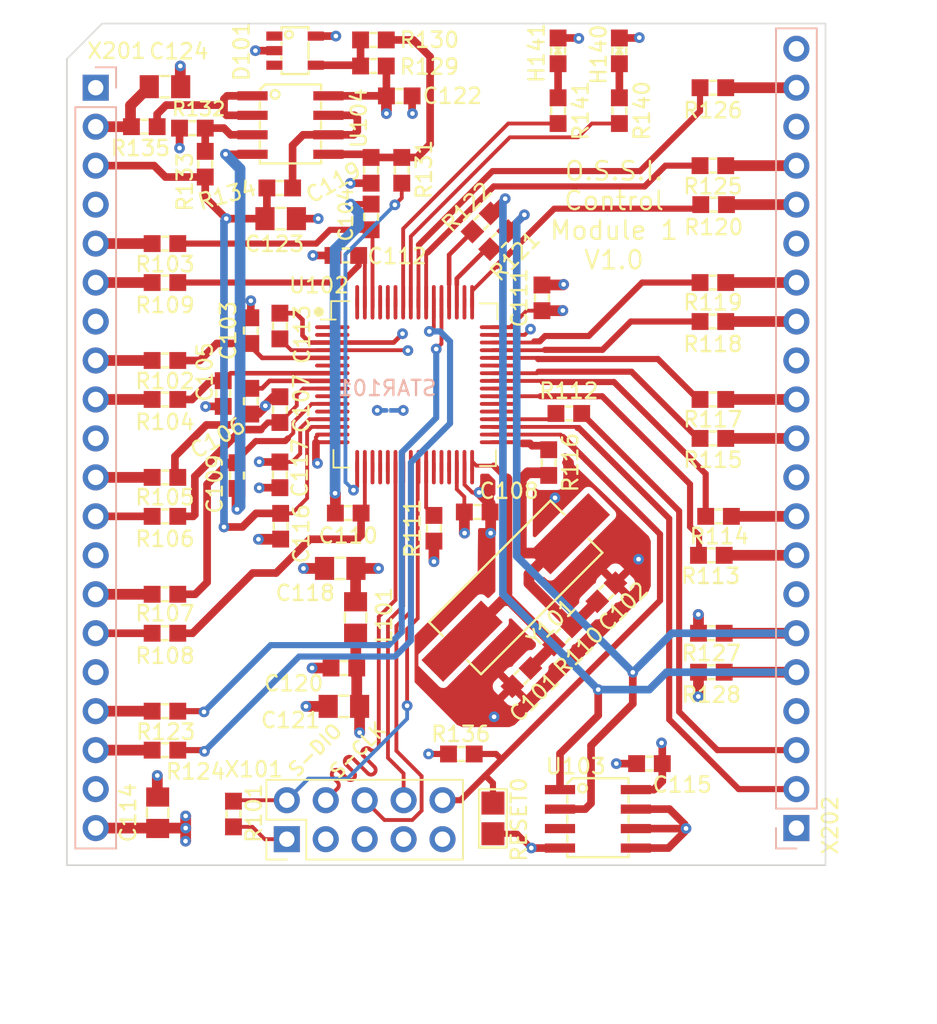
<source format=kicad_pcb>
(kicad_pcb (version 20221018) (generator pcbnew)
  (layers (0 "F.Cu" signal) (1 "In1.Cu" signal) (2 "In2.Cu" signal) (31 "B.Cu" signal) (34 "B.Paste" user) (35 "F.Paste" user) (36 "B.SilkS" user "B.Silkscreen") (37 "F.SilkS" user "F.Silkscreen") (38 "B.Mask" user) (39 "F.Mask" user) (44 "Edge.Cuts" user))
  (net 0 "")
  (net 1 "GND")
  (net 2 "Net-(U102B-EXTAL0{slash}PTA18)")
  (net 3 "Net-(C102-Pad2)")
  (net 4 "AGND")
  (net 5 "Net-(U102C-ADC0_SE4a{slash}PTE16)")
  (net 6 "Net-(U102C-ADC0_SE6b{slash}PTD5)")
  (net 7 "Net-(U102C-ADC0_SE6a{slash}PTE18)")
  (net 8 "Net-(U102C-ADC0_SE7a{slash}PTE19)")
  (net 9 "Net-(U102C-ADC0_DP0)")
  (net 10 "+3V3")
  (net 11 "Net-(C109-Pad2)")
  (net 12 "Net-(U102C-ADC0_SE23{slash}DAC0_OUT)")
  (net 13 "Net-(U102C-ADC0_SE7b{slash}PTD6)")
  (net 14 "2V50_REF")
  (net 15 "Net-(C119-Pad2)")
  (net 16 "1V25_REF")
  (net 19 "Net-(D101-K)")
  (net 20 "Net-(H140-PadA)")
  (net 21 "Net-(H141-PadA)")
  (net 22 "/JTAG_TMS{slash}SWD_DIO{slash}PTA3")
  (net 23 "DC_Link_Voltage")
  (net 24 "AC_Grid_Voltage")
  (net 25 "AC_Current")
  (net 26 "AC_Relay_Voltage")
  (net 27 "DC_Input_Voltage")
  (net 28 "DC_Current")
  (net 29 "AC_Inverter_Voltage")
  (net 30 "Relay_Ctrl_Voltage")
  (net 31 "Net-(U102A-PTA4)")
  (net 32 "UART_TX")
  (net 33 "Net-(U102A-PTB1)")
  (net 34 "HISIDE_PWM_µC")
  (net 35 "Net-(U102A-PTB16)")
  (net 36 "Boost_T1")
  (net 37 "Net-(U102A-PTB18)")
  (net 38 "Relay_Voltage_Ctrl")
  (net 39 "Net-(U102A-PTB19)")
  (net 40 "Net-(U102B-XTAL0{slash}PTA19)")
  (net 41 "Net-(U102A-PTC1)")
  (net 42 "Bridge_T1")
  (net 43 "Net-(U102A-PTC2)")
  (net 44 "Bridge_T2")
  (net 45 "Net-(U102A-PTC3)")
  (net 46 "Bridge_T3")
  (net 47 "Net-(U102A-PTC4)")
  (net 48 "Bridge_T4")
  (net 49 "Net-(U102A-PTC6)")
  (net 50 "I2C_Clk")
  (net 51 "Net-(U102A-PTC7)")
  (net 52 "I2C_Dat")
  (net 53 "Net-(U102A-PTC8)")
  (net 54 "LED_Red_Ctrl")
  (net 55 "Net-(U102A-PTC9)")
  (net 56 "LED_Green_Ctrl")
  (net 57 "Net-(U102A-PTC10)")
  (net 58 "Inv_Relay_Ctrl")
  (net 59 "Net-(U102A-PTC11)")
  (net 60 "Grid_Relay_Ctrl")
  (net 61 "Net-(U102C-VREF_OUT)")
  (net 62 "Net-(R132-Pad1)")
  (net 63 "Net-(R134-Pad1)")
  (net 64 "Net-(R135-Pad1)")
  (net 65 "Net-(U102A-PTD0)")
  (net 66 "Net-(U102A-PTD1)")
  (net 74 "/JTAG_CLK{slash}SWD_CLK{slash}PTA0")
  (net 75 "Net-(U102B-JTAG_TDI{slash}PTA1)")
  (net 76 "/JTAG_TDO{slash}TRACE_SWO{slash}PTA2")
  (net 80 "/~{RESET}")
  (net 81 "UART_RX")
  (net 94 "+3V3_ANA")
  (footprint "OSSI_standard_footprints:0603_W" (layer "F.Cu") (at 153.55 78.9658 90)
    (fp_text reference "R140")
    (fp_text value "220")
  )
  (footprint "OSSI_standard_footprints:0603_W_LED" (layer "F.Cu") (at 153.55 75.0658 90)
    (fp_text reference "H140")
    (fp_text value "LED")
  )
  (footprint "OSSI_standard_footprints:0603_W" (layer "F.Cu") (at 152.699746 110.354253 -135)
    (fp_text reference "C102")
    (fp_text value "12p")
  )
  (footprint "OSSI_standard_footprints:0603_W" (layer "F.Cu") (at 123.9 120.65 180)
    (fp_text reference "R124")
    (fp_text value "220")
  )
  (footprint "OSSI_standard_footprints:SOT-23-5" (layer "F.Cu") (at 132.3882 75.054 -90)
    (fp_text reference "D101")
    (fp_text value "LM4030")
  )
  (footprint "OSSI_standard_footprints:0603_W" (layer "F.Cu") (at 160.02 105.41 180)
    (fp_text reference "R114")
    (fp_text value "220")
  )
  (footprint "OSSI_standard_footprints:0603_W" (layer "F.Cu") (at 139.35 82.854 -90)
    (fp_text reference "R131")
    (fp_text value "220")
  )
  (footprint "OSSI_standard_footprints:0603_W" (layer "F.Cu") (at 125.6882 80.104 180)
    (fp_text reference "R132")
    (fp_text value "1k0")
  )
  (footprint "OSSI_standard_footprints:0603_W" (layer "F.Cu") (at 159.65 100.33 180)
    (fp_text reference "R115")
    (fp_text value "220")
  )
  (footprint "OSSI_standard_footprints:0603_W" (layer "F.Cu") (at 123.9 102.87)
    (fp_text reference "R105")
    (fp_text value "220")
  )
  (footprint "OSSI_standard_footprints:0603_W" (layer "F.Cu") (at 155.5118 121.529001)
    (fp_text reference "C115")
    (fp_text value "100n")
  )
  (footprint "OSSI_standard_footprints:0603_W" (layer "F.Cu") (at 123.9 118.11 180)
    (fp_text reference "R123")
    (fp_text value "220")
  )
  (footprint "OSSI_standard_footprints:0603_W" (layer "F.Cu") (at 148.939008 101.904 -90)
    (fp_text reference "R116")
    (fp_text value "0R0")
  )
  (footprint "OSSI_standard_footprints:0603_W" (layer "F.Cu") (at 145.7 87.404 45)
    (fp_text reference "R121")
    (fp_text value "220")
  )
  (footprint "OSSI_standard_footprints:0603_W" (layer "F.Cu") (at 129.5 97.904 90)
    (fp_text reference "C106")
    (fp_text value "10n")
  )
  (footprint "OSSI_standard_footprints:0805_W" (layer "F.Cu") (at 136.3368 112.004 -90)
    (fp_text reference "L101")
    (fp_text value "Ferrite")
  )
  (footprint "OSSI_standard_footprints:0603_W" (layer "F.Cu") (at 159.55 113.03)
    (fp_text reference "R127")
    (fp_text value "4k7")
  )
  (footprint "OSSI_standard_footprints:0603_W" (layer "F.Cu") (at 123.9 95.25)
    (fp_text reference "R102")
    (fp_text value "220")
  )
  (footprint "OSSI_standard_footprints:0603_W" (layer "F.Cu") (at 123.9 97.79)
    (fp_text reference "R104")
    (fp_text value "220")
  )
  (footprint "OSSI_standard_footprints:0603_W" (layer "F.Cu") (at 123.9 90.17)
    (fp_text reference "R109")
    (fp_text value "220")
  )
  (footprint "OSSI_standard_footprints:0603_W" (layer "F.Cu") (at 135.7 88.404)
    (fp_text reference "C112")
    (fp_text value "10n")
  )
  (footprint "OSSI_standard_footprints:0603_W" (layer "F.Cu") (at 159.65 92.71)
    (fp_text reference "R118")
    (fp_text value "220")
  )
  (footprint "OSSI_standard_footprints:JUMPER_OPEN" (layer "F.Cu") (at 145.3 125.1 90)
    (fp_text reference "RESET0")
    (fp_text value "Solder_bridge_open")
  )
  (footprint "OSSI_standard_footprints:0603_W" (layer "F.Cu") (at 123.9 105.41)
    (fp_text reference "R106")
    (fp_text value "220")
  )
  (footprint "OSSI_standard_footprints:0603_W" (layer "F.Cu") (at 131.45 106.054 90)
    (fp_text reference "C116")
    (fp_text value "100n")
  )
  (footprint "OSSI_standard_footprints:0603_W" (layer "F.Cu") (at 135.575 115.2974)
    (fp_text reference "C120")
    (fp_text value "100n")
  )
  (footprint "OSSI_standard_footprints:SOIC8" (layer "F.Cu") (at 132.0882 79.904 -90)
    (fp_text reference "U104")
    (fp_text value "OPA2317")
  )
  (footprint "OSSI_standard_footprints:0603_W" (layer "F.Cu") (at 159.65 90.17)
    (fp_text reference "R119")
    (fp_text value "220")
  )
  (footprint "OSSI_standard_footprints:0805_W" (layer "F.Cu") (at 123.9 77.404 180)
    (fp_text reference "C124")
    (fp_text value "1µ/6.3V")
  )
  (footprint "OSSI_standard_footprints:0603_W" (layer "F.Cu") (at 144.55 86.254 45)
    (fp_text reference "R122")
    (fp_text value "220")
  )
  (footprint "OSSI_standard_footprints:0603_W" (layer "F.Cu") (at 131.3882 84.004 180)
    (fp_text reference "R134")
    (fp_text value "220")
  )
  (footprint "OSSI_standard_footprints:0603_W" (layer "F.Cu") (at 127.7 97.404 90)
    (fp_text reference "C105")
    (fp_text value "10n")
  )
  (footprint "OSSI_standard_footprints:0603_W" (layer "F.Cu") (at 126.5264 82.454 -90)
    (fp_text reference "R133")
    (fp_text value "1k0")
  )
  (footprint "OSSI_standard_footprints:0603_W" (layer "F.Cu") (at 159.7 85.09)
    (fp_text reference "R120")
    (fp_text value "220")
  )
  (footprint "OSSI_standard_footprints:SOIC8" (layer "F.Cu") (at 152.150001 125.129 -90)
    (fp_text reference "U103")
    (fp_text value "LM75B")
  )
  (footprint "OSSI_standard_footprints:0603_W" (layer "F.Cu") (at 137.5 76.054 180)
    (fp_text reference "R129")
    (fp_text value "3k3")
  )
  (footprint "OSSI_standard_footprints:0603_W" (layer "F.Cu") (at 123.9 110.49)
    (fp_text reference "R107")
    (fp_text value "220")
  )
  (footprint "OSSI_standard_footprints:0603_W_LED" (layer "F.Cu") (at 149.55 75.0658 90)
    (fp_text reference "H141")
    (fp_text value "LED")
  )
  (footprint "OSSI_standard_footprints:0603_W" (layer "F.Cu") (at 122.55 80.01 180)
    (fp_text reference "R135")
    (fp_text value "220")
  )
  (footprint "OSSI_standard_footprints:0603_W" (layer "F.Cu") (at 128.6 102.754 90)
    (fp_text reference "C109")
    (fp_text value "10n")
  )
  (footprint "OSSI_standard_footprints:0603_W" (layer "F.Cu") (at 149.871319 113.182681 45)
    (fp_text reference "R110")
    (fp_text value "1M0")
  )
  (footprint "OSSI_standard_footprints:0603_W" (layer "F.Cu") (at 141.45 106.1872 90)
    (fp_text reference "R111")
    (fp_text value "10k")
  )
  (footprint "OSSI_standard_footprints:0805_W" (layer "F.Cu") (at 123.424163 124.731297 -90)
    (fp_text reference "C114")
    (fp_text value "1µ/6.3V")
  )
  (footprint "OSSI_standard_footprints:0603_W" (layer "F.Cu") (at 123.9 113.03)
    (fp_text reference "R108")
    (fp_text value "220")
  )
  (footprint "OSSI_standard_footprints:0603_W" (layer "F.Cu") (at 159.65 77.47)
    (fp_text reference "R126")
    (fp_text value "220")
  )
  (footprint "OSSI_standard_footprints:0603_W" (layer "F.Cu") (at 129.5 93.304 -90)
    (fp_text reference "C103")
    (fp_text value "10n")
  )
  (footprint "OSSI_standard_footprints:HC49_US" (layer "F.Cu") (at 146.787061 110.044398 45)
    (fp_text reference "Y101")
    (fp_text value "10MHz" hide)
  )
  (footprint "OSSI_standard_footprints:0603_W" (layer "F.Cu") (at 149.55 78.9658 90)
    (fp_text reference "R141")
    (fp_text value "220")
  )
  (footprint "OSSI_standard_footprints:0603_W" (layer "F.Cu") (at 144.272103 105.12654 180)
    (fp_text reference "C108")
    (fp_text value "100n")
  )
  (footprint "OSSI_standard_footprints:0603_W" (layer "F.Cu") (at 159.55 115.57)
    (fp_text reference "R128")
    (fp_text value "4k7")
  )
  (footprint "OSSI_standard_footprints:0603_W" (layer "F.Cu") (at 131.4 93.004 90)
    (fp_text reference "C113")
    (fp_text value "100n")
  )
  (footprint "OSSI_standard_footprints:0603_W" (layer "F.Cu") (at 135.857532 105.19725)
    (fp_text reference "C110")
    (fp_text value "10n")
  )
  (footprint "Connector_PinHeader_2.54mm:PinHeader_2x05_P2.54mm_Vertical" (layer "F.Cu") (at 131.85 126.454 90)
    (fp_text reference "X101")
    (fp_text value "PINHEADER_2×5")
  )
  (footprint "OSSI_standard_footprints:0603_W" (layer "F.Cu") (at 137.35 85.8922 -90)
    (fp_text reference "C104")
    (fp_text value "10n")
  )
  (footprint "OSSI_standard_footprints:0603_W" (layer "F.Cu") (at 159.65 82.55)
    (fp_text reference "R125")
    (fp_text value "220")
  )
  (footprint "OSSI_standard_footprints:0603_W" (layer "F.Cu") (at 137.5 74.354)
    (fp_text reference "R130")
    (fp_text value "220")
  )
  (footprint "OSSI_standard_footprints:0603_W" (layer "F.Cu") (at 131.4 98.454 -90)
    (fp_text reference "C107")
    (fp_text value "10n")
  )
  (footprint "OSSI_standard_footprints:0805_W" (layer "F.Cu") (at 131.45 86.004 180)
    (fp_text reference "C123")
    (fp_text value "1µ/6.3V")
  )
  (footprint "OSSI_standard_footprints:LQFP-64_10x10_Pitch0.5mm" (layer "F.Cu") (at 140.191342 96.830598)
    (fp_text reference "U102")
    (fp_text value "KV30F_64LQFP")
  )
  (footprint "OSSI_standard_footprints:0603_W" (layer "F.Cu") (at 131.4 102.704 90)
    (fp_text reference "C117")
    (fp_text value "100n")
  )
  (footprint "OSSI_standard_footprints:0603_W" (layer "F.Cu") (at 137.35 82.854 90)
    (fp_text reference "C119")
    (fp_text value "10n")
  )
  (footprint "OSSI_standard_footprints:0805_W" (layer "F.Cu") (at 135.3368 108.804)
    (fp_text reference "C118")
    (fp_text value "1µ/6.3V")
  )
  (footprint "OSSI_standard_footprints:0603_W" (layer "F.Cu") (at 123.9 87.63)
    (fp_text reference "R103")
    (fp_text value "220")
  )
  (footprint "OSSI_standard_footprints:0603_W" (layer "F.Cu") (at 150.25 98.704 180)
    (fp_text reference "R112")
    (fp_text value "220")
  )
  (footprint "OSSI_standard_footprints:0603_W" (layer "F.Cu") (at 147.157303 115.896697 45)
    (fp_text reference "C101")
    (fp_text value "12p")
  )
  (footprint "OSSI_standard_footprints:0603_W" (layer "F.Cu") (at 148.497561 91.1658 -90)
    (fp_text reference "C111")
    (fp_text value "100n")
  )
  (footprint "OSSI_standard_footprints:0603_W" (layer "F.Cu") (at 128.37 124.814 90)
    (fp_text reference "R101")
    (fp_text value "10k")
  )
  (footprint "OSSI_standard_footprints:0603_W" (layer "F.Cu") (at 143.2382 120.9)
    (fp_text reference "R136")
    (fp_text value "10k")
  )
  (footprint "OSSI_standard_footprints:0603_W" (layer "F.Cu") (at 159.65 97.79)
    (fp_text reference "R117")
    (fp_text value "220")
  )
  (footprint "OSSI_standard_footprints:0603_W" (layer "F.Cu") (at 139.1882 78.004 180)
    (fp_text reference "C122")
    (fp_text value "100n")
  )
  (footprint "OSSI_standard_footprints:0603_W" (layer "F.Cu") (at 159.55 107.95 180)
    (fp_text reference "R113")
    (fp_text value "220")
  )
  (footprint "OSSI_standard_footprints:0805_W" (layer "F.Cu") (at 135.575 117.7974)
    (fp_text reference "C121")
    (fp_text value "1µ/6.3V")
  )
  (footprint "Connector_PinHeader_2.54mm:PinHeader_1x20_P2.54mm_Vertical" (layer "B.Cu") (at 119.38 77.47 180)
    (fp_text reference "X201")
    (fp_text value "Conn_01x20_Pin")
  )
  (footprint "OSSI_standard_footprints:STARPOINT" (layer "B.Cu") (at 138.4 98.504)
    (fp_text reference "STAR101")
    (fp_text value "STARPOINT")
  )
  (footprint "Connector_PinHeader_2.54mm:PinHeader_1x21_P2.54mm_Vertical" (layer "B.Cu") (at 165.1 125.73)
    (fp_text reference "X202")
    (fp_text value "Conn_01x21_Pin")
  )
  (gr_line (start 119.8 73.286) (end 167 73.286) (stroke (width 0.1)) (layer "Edge.Cuts"))
  (gr_line (start 117.5 128.15) (end 117.5 75.6) (stroke (width 0.1)) (layer "Edge.Cuts"))
  (gr_line (start 167 128.15) (end 117.5 128.15) (stroke (width 0.1)) (layer "Edge.Cuts"))
  (gr_line (start 117.5 75.6) (end 119.8 73.286) (stroke (width 0.1)) (layer "Edge.Cuts"))
  (gr_line (start 167 73.286) (end 167 128.15) (stroke (width 0.1)) (layer "Edge.Cuts"))
  (gr_text "S-CLK" (at 135.2 122.7 45) (layer "F.SilkS") (effects (font (size 0.9 0.9) (thickness 0.154)) (justify left bottom)))
  (gr_text "O.S.S.I.\nControl\nModule 1\nV1.0" (at 153.2 89.4) (layer "F.SilkS") (effects (font (size 1.2 1.2) (thickness 0.154)) (justify bottom)))
  (gr_text "S-DIO" (at 132.5 122.6 45) (layer "F.SilkS") (effects (font (size 0.9 0.9) (thickness 0.154)) (justify left bottom)))
  (segment (start 146.874888 126.1) (end 147.801944 127.027056) (width 0.4) (layer "F.Cu") (net 1))
  (segment (start 147.75 93.204) (end 147.373402 93.580598) (width 0.25) (layer "F.Cu") (net 1))
  (segment (start 140.310232 116.164232) (end 140.310232 113.243768) (width 0.25) (layer "F.Cu") (net 1))
  (segment (start 134.7368 115.2974) (end 133.5 115.2974) (width 0.7) (layer "F.Cu") (net 1))
  (segment (start 143.441342 103.341994) (end 143.441342 101.830598) (width 0.25) (layer "F.Cu") (net 1))
  (segment (start 131.4 93.8422) (end 132.138398 94.580598) (width 0.25) (layer "F.Cu") (net 1))
  (segment (start 149.8764 90.3276) (end 149.912107 90.291893) (width 0.7) (layer "F.Cu") (net 1))
  (segment (start 157.8 125.729) (end 157.8 125.479) (width 0.5) (layer "F.Cu") (net 1))
  (segment (start 156.815 124.494) (end 154.625 124.494) (width 0.5) (layer "F.Cu") (net 1))
  (segment (start 145.375 118.475) (end 142.621 118.475) (width 0.25) (layer "F.Cu") (net 1))
  (segment (start 157.8 125.729) (end 157.8 125.979) (width 0.5) (layer "F.Cu") (net 1))
  (segment (start 144.398 103.852) (end 145.110303 104.564303) (width 0.7) (layer "F.Cu") (net 1))
  (segment (start 149.675 127.034) (end 147.808888 127.034) (width 0.5) (layer "F.Cu") (net 1))
  (segment (start 156.745 127.034) (end 154.625 127.034) (width 0.5) (layer "F.Cu") (net 1))
  (segment (start 157.765 125.764) (end 157.8 125.729) (width 0.5) (layer "F.Cu") (net 1))
  (segment (start 147.373402 93.580598) (end 145.191342 93.580598) (width 0.25) (layer "F.Cu") (net 1))
  (segment (start 145.3 126.1) (end 146.874888 126.1) (width 0.4) (layer "F.Cu") (net 1))
  (segment (start 132.138398 94.580598) (end 135.191342 94.580598) (width 0.25) (layer "F.Cu") (net 1))
  (segment (start 157.8 125.479) (end 156.815 124.494) (width 0.5) (layer "F.Cu") (net 1))
  (segment (start 134.55 117.7974) (end 133.1 117.7974) (width 0.7) (layer "F.Cu") (net 1))
  (segment (start 157.8 125.979) (end 156.745 127.034) (width 0.5) (layer "F.Cu") (net 1))
  (segment (start 123.4 123.682134) (end 123.4 122.304) (width 0.7) (layer "F.Cu") (net 1))
  (segment (start 144.65 107.004) (end 145.15 106.504) (width 0.25) (layer "F.Cu") (net 1))
  (segment (start 154.625 125.764) (end 157.765 125.764) (width 0.5) (layer "F.Cu") (net 1))
  (segment (start 135.191342 94.580598) (end 139.726598 94.580598) (width 0.25) (layer "F.Cu") (net 1))
  (segment (start 147.808888 127.034) (end 147.801944 127.027056) (width 0.5) (layer "F.Cu") (net 1))
  (segment (start 139.75 94.604) (end 139.726598 94.580598) (width 0.3) (layer "F.Cu") (net 1))
  (segment (start 123.424163 123.706297) (end 123.4 123.682134) (width 0.7) (layer "F.Cu") (net 1))
  (segment (start 153.55 74.2276) (end 154.8264 74.2276) (width 0.5) (layer "F.Cu") (net 1))
  (segment (start 144.65 108.904) (end 144.65 107.004) (width 0.25) (layer "F.Cu") (net 1))
  (segment (start 145.110303 104.564303) (end 145.110303 105.12654) (width 0.7) (layer "F.Cu") (net 1))
  (segment (start 154.8264 74.2276) (end 154.85 74.204) (width 0.5) (layer "F.Cu") (net 1))
  (segment (start 144.398 103.852) (end 143.951348 103.852) (width 0.25) (layer "F.Cu") (net 1))
  (segment (start 142.621 118.475) (end 140.310232 116.164232) (width 0.25) (layer "F.Cu") (net 1))
  (segment (start 148.497561 90.3276) (end 149.8764 90.3276) (width 0.7) (layer "F.Cu") (net 1))
  (segment (start 145.15 105.166237) (end 145.15 106.504) (width 0.7) (layer "F.Cu") (net 1))
  (segment (start 143.951348 103.852) (end 143.441342 103.341994) (width 0.25) (layer "F.Cu") (net 1))
  (segment (start 149.55 74.2276) (end 150.8736 74.2276) (width 0.5) (layer "F.Cu") (net 1))
  (segment (start 154.6736 121.529) (end 153.35 121.529) (width 0.5) (layer "F.Cu") (net 1))
  (segment (start 150.8736 74.2276) (end 150.9 74.254) (width 0.5) (layer "F.Cu") (net 1))
  (segment (start 140.310232 113.243768) (end 144.65 108.904) (width 0.25) (layer "F.Cu") (net 1))
  (via (at 147.801944 127.027056) (size 0.7) (drill 0.3) (layers "F.Cu" "B.Cu") (net 1))
  (via (at 144.398 103.852) (size 0.7) (drill 0.3) (layers "F.Cu" "B.Cu") (net 1))
  (via (at 145.15 106.504) (size 0.7) (drill 0.3) (layers "F.Cu" "B.Cu") (net 1))
  (via (at 133.1 117.7974) (size 0.7) (drill 0.3) (layers "F.Cu" "B.Cu") (net 1))
  (via (at 149.35 104.204) (size 0.7) (drill 0.3) (layers "F.Cu" "B.Cu") (net 1))
  (via (at 154.8 108.204) (size 0.7) (drill 0.3) (layers "F.Cu" "B.Cu") (net 1))
  (via (at 154.85 74.204) (size 0.7) (drill 0.3) (layers "F.Cu" "B.Cu") (net 1))
  (via (at 139.45 98.504) (size 0.7) (drill 0.3) (layers "F.Cu" "B.Cu") (net 1))
  (via (at 133.5 115.2974) (size 0.7) (drill 0.3) (layers "F.Cu" "B.Cu") (net 1))
  (via (at 153.35 121.529) (size 0.7) (drill 0.3) (layers "F.Cu" "B.Cu") (net 1))
  (via (at 145.375 118.475) (size 0.7) (drill 0.3) (layers "F.Cu" "B.Cu") (net 1))
  (via (at 123.4 122.304) (size 0.7) (drill 0.3) (layers "F.Cu" "B.Cu") (net 1))
  (via (at 157.9 125.754) (size 0.7) (drill 0.3) (layers "F.Cu" "B.Cu") (net 1))
  (via (at 150.9 74.254) (size 0.7) (drill 0.3) (layers "F.Cu" "B.Cu") (net 1))
  (via (at 147.75 93.204) (size 0.7) (drill 0.3) (layers "F.Cu" "B.Cu") (net 1))
  (via (at 139.75 94.604) (size 0.7) (drill 0.3) (layers "F.Cu" "B.Cu") (net 1))
  (via (at 149.912107 90.291893) (size 0.7) (drill 0.3) (layers "F.Cu" "B.Cu") (net 1))
  (segment (start 138.7 98.504) (end 139.3 98.504) (width 0.3) (layer "B.Cu") (net 1))
  (segment (start 146.210303 102.964303) (end 145.35 102.104) (width 0.4) (layer "F.Cu") (net 2))
  (segment (start 144.214744 102.104) (end 145.35 102.104) (width 0.25) (layer "F.Cu") (net 2))
  (segment (start 146.210303 110.621156) (end 146.210303 102.964303) (width 0.7) (layer "F.Cu") (net 2))
  (segment (start 145.927459 110.904) (end 146.210303 110.621156) (width 0.7) (layer "F.Cu") (net 2))
  (segment (start 146.407244 110.904) (end 149.278622 113.775378) (width 0.7) (layer "F.Cu") (net 2))
  (segment (start 145.927459 110.904) (end 146.407244 110.904) (width 0.7) (layer "F.Cu") (net 2))
  (segment (start 149.278622 113.775378) (end 147.75 115.304) (width 0.7) (layer "F.Cu") (net 2))
  (segment (start 143.782267 113.049192) (end 145.927459 110.904) (width 0.7) (layer "F.Cu") (net 2))
  (segment (start 143.941342 101.830598) (end 144.214744 102.104) (width 0.25) (layer "F.Cu") (net 2))
  (segment (start 147.583373 102.570627) (end 147.15 103.004) (width 0.7) (layer "F.Cu") (net 3))
  (segment (start 147.65 109.775968) (end 147.65 109.181459) (width 0.7) (layer "F.Cu") (net 3))
  (segment (start 147.15 103.004) (end 147.15 107.804) (width 0.7) (layer "F.Cu") (net 3))
  (segment (start 148.939008 102.570627) (end 147.583373 102.570627) (width 0.7) (layer "F.Cu") (net 3))
  (segment (start 147.15 107.804) (end 149.027459 107.804) (width 0.7) (layer "F.Cu") (net 3))
  (segment (start 147.65 109.181459) (end 149.791855 107.039604) (width 0.7) (layer "F.Cu") (net 3))
  (segment (start 152.107049 110.94695) (end 150.464016 112.589984) (width 0.7) (layer "F.Cu") (net 3))
  (segment (start 150.464016 112.589984) (end 147.65 109.775968) (width 0.7) (layer "F.Cu") (net 3))
  (segment (start 127.855 81.809) (end 127.85 81.804) (width 0.5) (layer "F.Cu") (net 4))
  (segment (start 130.0618 103.5422) (end 130.05 103.554) (width 0.5) (layer "F.Cu") (net 4))
  (segment (start 137.35 83.6922) (end 136.0118 83.6922) (width 0.5) (layer "F.Cu") (net 4))
  (segment (start 133.75 100.604) (end 133.75 101.954) (width 0.5) (layer "F.Cu") (net 4))
  (segment (start 129.5 92.4658) (end 129.5 91.354) (width 0.5) (layer "F.Cu") (net 4))
  (segment (start 134.9118 88.404) (end 133.55 88.404) (width 0.5) (layer "F.Cu") (net 4))
  (segment (start 134.3118 108.804) (end 132.9368 108.804) (width 0.7) (layer "F.Cu") (net 4))
  (segment (start 133.75 101.954) (end 133.8495 101.954) (width 0.5) (layer "F.Cu") (net 4))
  (segment (start 133.75 100.254) (end 133.75 100.604) (width 0.25) (layer "F.Cu") (net 4))
  (segment (start 127.7 98.2422) (end 126.5618 98.2422) (width 0.5) (layer "F.Cu") (net 4))
  (segment (start 135.191342 100.580598) (end 133.773402 100.580598) (width 0.25) (layer "F.Cu") (net 4))
  (segment (start 130.35 98.204) (end 130.35 98.404) (width 0.5) (layer "F.Cu") (net 4))
  (segment (start 131.4 103.5422) (end 130.0618 103.5422) (width 0.5) (layer "F.Cu") (net 4))
  (segment (start 130.0118 98.7422) (end 129.5 98.7422) (width 0.5) (layer "F.Cu") (net 4))
  (segment (start 126.5618 98.2422) (end 126.55 98.254) (width 0.5) (layer "F.Cu") (net 4))
  (segment (start 135.019332 105.19725) (end 135.019332 103.923332) (width 0.7) (layer "F.Cu") (net 4))
  (segment (start 130.9382 97.6158) (end 131.4 97.6158) (width 0.5) (layer "F.Cu") (net 4))
  (segment (start 132.475 86.004) (end 133.9 86.004) (width 0.5) (layer "F.Cu") (net 4))
  (segment (start 130.35 98.404) (end 130.0118 98.7422) (width 0.5) (layer "F.Cu") (net 4))
  (segment (start 129.6132 81.809) (end 127.855 81.809) (width 0.5) (layer "F.Cu") (net 4))
  (segment (start 137.35 85.054) (end 136 85.054) (width 0.4) (layer "F.Cu") (net 4))
  (segment (start 133.773402 100.580598) (end 133.75 100.604) (width 0.25) (layer "F.Cu") (net 4))
  (segment (start 124.85 80.104) (end 124.85 81.404) (width 0.5) (layer "F.Cu") (net 4))
  (segment (start 131.4382 106.904) (end 130 106.904) (width 0.7) (layer "F.Cu") (net 4))
  (segment (start 133.7382 74.104) (end 135.05 74.104) (width 0.5) (layer "F.Cu") (net 4))
  (segment (start 135.019332 103.923332) (end 135 103.904) (width 0.7) (layer "F.Cu") (net 4))
  (segment (start 135.191342 100.080598) (end 133.923402 100.080598) (width 0.25) (layer "F.Cu") (net 4))
  (segment (start 128.6 103.5922) (end 128.6 104.954) (width 0.7) (layer "F.Cu") (net 4))
  (segment (start 131.0382 75.054) (end 129.8 75.054) (width 0.5) (layer "F.Cu") (net 4))
  (segment (start 140.0264 78.004) (end 140.0264 79.1304) (width 0.5) (layer "F.Cu") (net 4))
  (segment (start 130.35 98.204) (end 130.9382 97.6158) (width 0.5) (layer "F.Cu") (net 4))
  (segment (start 124.9 76.054) (end 124.9 77.379) (width 0.7) (layer "F.Cu") (net 4))
  (segment (start 140.0264 79.1304) (end 140.05 79.154) (width 0.5) (layer "F.Cu") (net 4))
  (segment (start 133.923402 100.080598) (end 133.75 100.254) (width 0.25) (layer "F.Cu") (net 4))
  (segment (start 136.0118 83.6922) (end 136 83.704) (width 0.5) (layer "F.Cu") (net 4))
  (via (at 136 83.704) (size 0.7) (drill 0.3) (layers "F.Cu" "B.Cu") (net 4))
  (via (at 133.9 86.004) (size 0.7) (drill 0.3) (layers "F.Cu" "B.Cu") (net 4))
  (via (at 124.85 81.404) (size 0.7) (drill 0.3) (layers "F.Cu" "B.Cu") (net 4))
  (via (at 136 85.054) (size 0.7) (drill 0.3) (layers "F.Cu" "B.Cu") (net 4))
  (via (at 135.05 74.104) (size 0.7) (drill 0.3) (layers "F.Cu" "B.Cu") (net 4))
  (via (at 130 106.904) (size 0.7) (drill 0.3) (layers "F.Cu" "B.Cu") (net 4))
  (via (at 135 103.904) (size 0.7) (drill 0.3) (layers "F.Cu" "B.Cu") (net 4))
  (via (at 133.55 88.404) (size 0.7) (drill 0.3) (layers "F.Cu" "B.Cu") (net 4))
  (via (at 126.55 98.254) (size 0.7) (drill 0.3) (layers "F.Cu" "B.Cu") (net 4))
  (via (at 130.45 98.204) (size 0.7) (drill 0.3) (layers "F.Cu" "B.Cu") (net 4))
  (via (at 124.9 76.054) (size 0.7) (drill 0.3) (layers "F.Cu" "B.Cu") (net 4))
  (via (at 137.75 98.504) (size 0.7) (drill 0.3) (layers "F.Cu" "B.Cu") (net 4))
  (via (at 129.5 91.354) (size 0.7) (drill 0.3) (layers "F.Cu" "B.Cu") (net 4))
  (via (at 133.8495 101.954) (size 0.7) (drill 0.3) (layers "F.Cu" "B.Cu") (net 4))
  (via (at 132.9368 108.804) (size 0.7) (drill 0.3) (layers "F.Cu" "B.Cu") (net 4))
  (via (at 130.05 103.554) (size 0.7) (drill 0.3) (layers "F.Cu" "B.Cu") (net 4))
  (via (at 140.05 79.154) (size 0.7) (drill 0.3) (layers "F.Cu" "B.Cu") (net 4))
  (via (at 127.85 81.804) (size 0.7) (drill 0.3) (layers "F.Cu" "B.Cu") (net 4))
  (via (at 128.6 104.954) (size 0.7) (drill 0.3) (layers "F.Cu" "B.Cu") (net 4))
  (via (at 129.8 75.054) (size 0.7) (drill 0.3) (layers "F.Cu" "B.Cu") (net 4))
  (segment (start 135 103.904) (end 135 88.004) (width 0.7) (layer "B.Cu") (net 4))
  (segment (start 128.8 104.754) (end 128.8 82.754) (width 0.7) (layer "B.Cu") (net 4))
  (segment (start 135 88.004) (end 136.55 86.454) (width 0.7) (layer "B.Cu") (net 4))
  (segment (start 128.8 82.754) (end 127.85 81.804) (width 0.7) (layer "B.Cu") (net 4))
  (segment (start 136.55 86.454) (end 136.55 85.604) (width 0.7) (layer "B.Cu") (net 4))
  (segment (start 128.6 104.954) (end 128.8 104.754) (width 0.7) (layer "B.Cu") (net 4))
  (segment (start 136.55 85.604) (end 136 85.054) (width 0.7) (layer "B.Cu") (net 4))
  (segment (start 137.75 98.504) (end 138.35 98.504) (width 0.3) (layer "B.Cu") (net 4))
  (segment (start 124.7382 95.25) (end 126.172003 95.25) (width 0.5) (layer "F.Cu") (net 5))
  (segment (start 130.238398 95.080598) (end 135.191342 95.080598) (width 0.3) (layer "F.Cu") (net 5))
  (segment (start 127.279803 94.1422) (end 129.5 94.1422) (width 0.5) (layer "F.Cu") (net 5))
  (segment (start 126.172003 95.25) (end 127.279803 94.1422) (width 0.5) (layer "F.Cu") (net 5))
  (segment (start 130.238398 95.080598) (end 129.3 94.1422) (width 0.3) (layer "F.Cu") (net 5))
  (segment (start 134.6736 86.7304) (end 137.35 86.7304) (width 0.4) (layer "F.Cu") (net 6))
  (segment (start 124.7382 87.63) (end 133.774 87.63) (width 0.4) (layer "F.Cu") (net 6))
  (segment (start 137.441342 91.830598) (end 137.441342 86.821742) (width 0.25) (layer "F.Cu") (net 6))
  (segment (start 133.774 87.63) (end 134.6736 86.7304) (width 0.4) (layer "F.Cu") (net 6))
  (segment (start 125.664 97.79) (end 124.7382 97.79) (width 0.5) (layer "F.Cu") (net 7))
  (segment (start 127.7 96.5658) (end 128.185202 96.080598) (width 0.3) (layer "F.Cu") (net 7))
  (segment (start 127.7 96.5658) (end 126.8882 96.5658) (width 0.5) (layer "F.Cu") (net 7))
  (segment (start 128.185202 96.080598) (end 135.191342 96.080598) (width 0.3) (layer "F.Cu") (net 7))
  (segment (start 126.8882 96.5658) (end 125.664 97.79) (width 0.5) (layer "F.Cu") (net 7))
  (segment (start 130.2382 97.0658) (end 130.723402 96.580598) (width 0.3) (layer "F.Cu") (net 8))
  (segment (start 128.6 98.954) (end 128.1 99.454) (width 0.3) (layer "F.Cu") (net 8))
  (segment (start 130.2382 97.0658) (end 129.5 97.0658) (width 0.3) (layer "F.Cu") (net 8))
  (segment (start 124.55 101.504) (end 126.6 99.454) (width 0.5) (layer "F.Cu") (net 8))
  (segment (start 135.191342 96.580598) (end 130.723402 96.580598) (width 0.3) (layer "F.Cu") (net 8))
  (segment (start 126.6 99.454) (end 128.1 99.454) (width 0.5) (layer "F.Cu") (net 8))
  (segment (start 129.5 97.0658) (end 128.6 97.9658) (width 0.3) (layer "F.Cu") (net 8))
  (segment (start 128.6 97.9658) (end 128.6 98.954) (width 0.3) (layer "F.Cu") (net 8))
  (segment (start 124.55 103.004) (end 124.55 101.504) (width 0.5) (layer "F.Cu") (net 8))
  (segment (start 132.5 98.1922) (end 131.4 99.2922) (width 0.25) (layer "F.Cu") (net 9))
  (segment (start 132.5 97.504) (end 132.5 98.1922) (width 0.25) (layer "F.Cu") (net 9))
  (segment (start 130.153886 99.754) (end 130.615686 99.2922) (width 0.4) (layer "F.Cu") (net 9))
  (segment (start 124.7382 105.41) (end 125.744 105.41) (width 0.5) (layer "F.Cu") (net 9))
  (segment (start 130.615686 99.2922) (end 131.4 99.2922) (width 0.4) (layer "F.Cu") (net 9))
  (segment (start 128.9 99.754) (end 130.153886 99.754) (width 0.5) (layer "F.Cu") (net 9))
  (segment (start 125.85 102.804) (end 128.9 99.754) (width 0.5) (layer "F.Cu") (net 9))
  (segment (start 132.923402 97.080598) (end 132.5 97.504) (width 0.25) (layer "F.Cu") (net 9))
  (segment (start 135.191342 97.080598) (end 132.923402 97.080598) (width 0.25) (layer "F.Cu") (net 9))
  (segment (start 125.85 105.304) (end 125.85 102.804) (width 0.5) (layer "F.Cu") (net 9))
  (segment (start 125.744 105.41) (end 125.85 105.304) (width 0.5) (layer "F.Cu") (net 9))
  (segment (start 136.4132 115.2974) (end 136.4132 117.6106) (width 0.7) (layer "F.Cu") (net 10))
  (segment (start 129.6082 125.6522) (end 128.37 125.6522) (width 0.25) (layer "F.Cu") (net 10))
  (segment (start 142.941342 101.830598) (end 142.941342 103.645342) (width 0.25) (layer "F.Cu") (net 10))
  (segment (start 135.191342 94.080598) (end 138.823402 94.080598) (width 0.3) (layer "F.Cu") (net 10))
  (segment (start 141.45 107.044639) (end 141.45 108.363361) (width 0.7) (layer "F.Cu") (net 10))
  (segment (start 145.191342 93.080598) (end 146.422182 93.080598) (width 0.25) (layer "F.Cu") (net 10))
  (segment (start 143.433903 106.487903) (end 143.45 106.504) (width 0.7) (layer "F.Cu") (net 10))
  (segment (start 130.41 126.454) (end 129.6082 125.6522) (width 0.25) (layer "F.Cu") (net 10))
  (segment (start 155.805 123.224) (end 156.35 122.678999) (width 0.5) (layer "F.Cu") (net 10))
  (segment (start 156.35 120.229) (end 156.3 120.179) (width 0.5) (layer "F.Cu") (net 10))
  (segment (start 123.397866 125.73) (end 119.38 125.73) (width 0.7) (layer "F.Cu") (net 10))
  (segment (start 143.433903 104.137903) (end 143.433903 105.12654) (width 0.25) (layer "F.Cu") (net 10))
  (segment (start 131.4 92.1658) (end 132.4382 92.1658) (width 0.3) (layer "F.Cu") (net 10))
  (segment (start 158.7118 113.03) (end 158.7118 111.8158) (width 0.7) (layer "F.Cu") (net 10))
  (segment (start 142.941342 103.645342) (end 143.433903 104.137903) (width 0.25) (layer "F.Cu") (net 10))
  (segment (start 132.875 92.6026) (end 132.875 93.625) (width 0.3) (layer "F.Cu") (net 10))
  (segment (start 131.85 126.454) (end 130.41 126.454) (width 0.25) (layer "F.Cu") (net 10))
  (segment (start 125.249 124.93871) (end 125.249 125.73) (width 0.7) (layer "F.Cu") (net 10))
  (segment (start 142.4 120.9) (end 141.1 120.9) (width 0.4) (layer "F.Cu") (net 10))
  (segment (start 125.241251 126.582128) (end 125.249 126.574379) (width 0.7) (layer "F.Cu") (net 10))
  (segment (start 125.249 126.574379) (end 125.249 125.73) (width 0.7) (layer "F.Cu") (net 10))
  (segment (start 123.45046 125.73) (end 123.424163 125.756297) (width 0.7) (layer "F.Cu") (net 10))
  (segment (start 136.6 119.5106) (end 136.6 117.7974) (width 0.7) (layer "F.Cu") (net 10))
  (segment (start 136.35 115.704) (end 136.35 113.0422) (width 0.7) (layer "F.Cu") (net 10))
  (segment (start 156.35 122.678999) (end 156.35 121.529001) (width 0.5) (layer "F.Cu") (net 10))
  (segment (start 146.422182 93.080598) (end 147.49878 92.004) (width 0.25) (layer "F.Cu") (net 10))
  (segment (start 158.7118 115.57) (end 158.7118 117.1422) (width 0.7) (layer "F.Cu") (net 10))
  (segment (start 156.35 121.529001) (end 156.35 120.229) (width 0.5) (layer "F.Cu") (net 10))
  (segment (start 158.7118 117.1422) (end 158.7 117.154) (width 0.7) (layer "F.Cu") (net 10))
  (segment (start 123.424163 125.756297) (end 123.397866 125.73) (width 0.7) (layer "F.Cu") (net 10))
  (segment (start 147.49878 92.004) (end 148.497561 92.004) (width 0.25) (layer "F.Cu") (net 10))
  (segment (start 132.4382 92.1658) (end 132.875 92.6026) (width 0.3) (layer "F.Cu") (net 10))
  (segment (start 158.7118 111.8158) (end 158.7 111.804) (width 0.7) (layer "F.Cu") (net 10))
  (segment (start 143.433903 105.12654) (end 143.433903 106.487903) (width 0.7) (layer "F.Cu") (net 10))
  (segment (start 138.823402 94.080598) (end 139.4 93.504) (width 0.3) (layer "F.Cu") (net 10))
  (segment (start 148.497561 92.004) (end 149.85 92.004) (width 0.7) (layer "F.Cu") (net 10))
  (segment (start 133.330598 94.080598) (end 135.191342 94.080598) (width 0.3) (layer "F.Cu") (net 10))
  (segment (start 149.85 92.004) (end 149.862107 91.991893) (width 0.7) (layer "F.Cu") (net 10))
  (segment (start 125.249 125.73) (end 123.45046 125.73) (width 0.7) (layer "F.Cu") (net 10))
  (segment (start 132.875 93.625) (end 133.330598 94.080598) (width 0.3) (layer "F.Cu") (net 10))
  (segment (start 154.625 123.224) (end 155.805 123.224) (width 0.5) (layer "F.Cu") (net 10))
  (via (at 136.6 119.5106) (size 0.7) (drill 0.3) (layers "F.Cu" "B.Cu") (net 10))
  (via (at 125.249 125.73) (size 0.7) (drill 0.3) (layers "F.Cu" "B.Cu") (net 10))
  (via (at 141.1 120.9) (size 0.7) (drill 0.3) (layers "F.Cu" "B.Cu") (net 10))
  (via (at 125.249 124.93871) (size 0.7) (drill 0.3) (layers "F.Cu" "B.Cu") (net 10))
  (via (at 125.241251 126.582128) (size 0.7) (drill 0.3) (layers "F.Cu" "B.Cu") (net 10))
  (via (at 156.3 120.179) (size 0.7) (drill 0.3) (layers "F.Cu" "B.Cu") (net 10))
  (via (at 141.45 108.363361) (size 0.7) (drill 0.3) (layers "F.Cu" "B.Cu") (net 10))
  (via (at 158.7 117.154) (size 0.7) (drill 0.3) (layers "F.Cu" "B.Cu") (net 10))
  (via (at 149.862107 91.991893) (size 0.7) (drill 0.3) (layers "F.Cu" "B.Cu") (net 10))
  (via (at 143.45 106.504) (size 0.7) (drill 0.3) (layers "F.Cu" "B.Cu") (net 10))
  (via (at 139.4 93.504) (size 0.7) (drill 0.3) (layers "F.Cu" "B.Cu") (net 10))
  (via (at 158.7 111.804) (size 0.7) (drill 0.3) (layers "F.Cu" "B.Cu") (net 10))
  (segment (start 126.65 103.3158) (end 128.05 101.9158) (width 0.5) (layer "F.Cu") (net 11))
  (segment (start 132.275 99.279) (end 133.473402 98.080598) (width 0.25) (layer "F.Cu") (net 11))
  (segment (start 131.74782 100.504) (end 129.8236 100.504) (width 0.4) (layer "F.Cu") (net 11))
  (segment (start 129.8236 100.504) (end 128.6 101.7276) (width 0.4) (layer "F.Cu") (net 11))
  (segment (start 126.65 109.7091) (end 126.65 103.3158) (width 0.5) (layer "F.Cu") (net 11))
  (segment (start 131.92391 100.32791) (end 132.275 99.97682) (width 0.25) (layer "F.Cu") (net 11))
  (segment (start 133.473402 98.080598) (end 135.191342 98.080598) (width 0.25) (layer "F.Cu") (net 11))
  (segment (start 124.7382 110.49) (end 125.8691 110.49) (width 0.5) (layer "F.Cu") (net 11))
  (segment (start 125.8691 110.49) (end 126.65 109.7091) (width 0.5) (layer "F.Cu") (net 11))
  (segment (start 128.05 101.9158) (end 128.6 101.9158) (width 0.5) (layer "F.Cu") (net 11))
  (segment (start 132.275 99.97682) (end 132.275 99.279) (width 0.25) (layer "F.Cu") (net 11))
  (segment (start 131.92391 100.32791) (end 131.74782 100.504) (width 0.4) (layer "F.Cu") (net 11))
  (segment (start 129.625 109.104) (end 131.15 109.104) (width 0.5) (layer "F.Cu") (net 12))
  (segment (start 131.15 109.104) (end 133.35 106.904) (width 0.5) (layer "F.Cu") (net 12))
  (segment (start 136.941342 101.830598) (end 136.941342 104.95164) (width 0.25) (layer "F.Cu") (net 12))
  (segment (start 125.699 113.03) (end 129.625 109.104) (width 0.5) (layer "F.Cu") (net 12))
  (segment (start 133.35 106.904) (end 136.45 106.904) (width 0.5) (layer "F.Cu") (net 12))
  (segment (start 124.7382 113.03) (end 125.699 113.03) (width 0.5) (layer "F.Cu") (net 12))
  (segment (start 136.45 106.904) (end 136.695732 106.658268) (width 0.5) (layer "F.Cu") (net 12))
  (segment (start 136.695732 106.658268) (end 136.695732 105.19725) (width 0.5) (layer "F.Cu") (net 12))
  (segment (start 124.7382 90.17) (end 135.434 90.17) (width 0.4) (layer "F.Cu") (net 13))
  (segment (start 136.5382 89.0658) (end 136.5382 88.404) (width 0.4) (layer "F.Cu") (net 13))
  (segment (start 135.434 90.17) (end 136.5382 89.0658) (width 0.4) (layer "F.Cu") (net 13))
  (segment (start 136.941342 91.830598) (end 136.941342 88.807142) (width 0.25) (layer "F.Cu") (net 13))
  (segment (start 127.75 106.104) (end 128.95 106.104) (width 0.5) (layer "F.Cu") (net 14))
  (segment (start 126.5264 83.2922) (end 123.9322 83.2922) (width 0.5) (layer "F.Cu") (net 14))
  (segment (start 127.9 86.004) (end 126.5264 84.6304) (width 0.5) (layer "F.Cu") (net 14))
  (segment (start 129.8382 105.2158) (end 131.45 105.2158) (width 0.5) (layer "F.Cu") (net 14))
  (segment (start 123.9322 83.2922) (end 123.19 82.55) (width 0.5) (layer "F.Cu") (net 14))
  (segment (start 133.175 104.229) (end 132.1882 105.2158) (width 0.25) (layer "F.Cu") (net 14))
  (segment (start 133.175 99.879) (end 133.175 104.229) (width 0.25) (layer "F.Cu") (net 14))
  (segment (start 130.55 84.004) (end 130.55 85.879) (width 0.5) (layer "F.Cu") (net 14))
  (segment (start 132.1882 105.2158) (end 131.45 105.2158) (width 0.25) (layer "F.Cu") (net 14))
  (segment (start 128.95 106.104) (end 129.8382 105.2158) (width 0.5) (layer "F.Cu") (net 14))
  (segment (start 135.191342 99.580598) (end 133.473402 99.580598) (width 0.25) (layer "F.Cu") (net 14))
  (segment (start 123.19 82.55) (end 119.38 82.55) (width 0.5) (layer "F.Cu") (net 14))
  (segment (start 133.473402 99.580598) (end 133.175 99.879) (width 0.25) (layer "F.Cu") (net 14))
  (segment (start 130.425 86.004) (end 127.9 86.004) (width 0.5) (layer "F.Cu") (net 14))
  (segment (start 126.5264 84.6304) (end 126.5264 83.2922) (width 0.5) (layer "F.Cu") (net 14))
  (via (at 127.9 86.004) (size 0.7) (drill 0.3) (layers "F.Cu" "B.Cu") (net 14))
  (via (at 127.75 106.104) (size 0.7) (drill 0.3) (layers "F.Cu" "B.Cu") (net 14))
  (segment (start 127.9 86.004) (end 127.75 86.154) (width 0.5) (layer "B.Cu") (net 14))
  (segment (start 127.75 86.154) (end 127.75 106.104) (width 0.5) (layer "B.Cu") (net 14))
  (segment (start 141.2 81.154) (end 140.3382 82.0158) (width 0.5) (layer "F.Cu") (net 15))
  (segment (start 140.1 74.354) (end 141.2 75.454) (width 0.5) (layer "F.Cu") (net 15))
  (segment (start 140.3382 82.0158) (end 139.35 82.0158) (width 0.5) (layer "F.Cu") (net 15))
  (segment (start 141.2 75.454) (end 141.2 81.154) (width 0.5) (layer "F.Cu") (net 15))
  (segment (start 138.3382 74.354) (end 140.1 74.354) (width 0.5) (layer "F.Cu") (net 15))
  (segment (start 134.5632 81.809) (end 137.1432 81.809) (width 0.5) (layer "F.Cu") (net 15))
  (segment (start 139.35 82.0158) (end 137.35 82.0158) (width 0.5) (layer "F.Cu") (net 15))
  (segment (start 121.65 80.0422) (end 121.65 78.629) (width 0.7) (layer "F.Cu") (net 16))
  (segment (start 119.464 80.01) (end 121.7118 80.01) (width 0.7) (layer "F.Cu") (net 16))
  (segment (start 121.65 78.629) (end 122.875 77.404) (width 0.7) (layer "F.Cu") (net 16))
  (segment (start 136.6618 76.054) (end 136.6618 74.354) (width 0.5) (layer "F.Cu") (net 19))
  (segment (start 133.7382 76.004) (end 136.05 76.004) (width 0.5) (layer "F.Cu") (net 19))
  (segment (start 153.55 75.904) (end 153.55 78.1276) (width 0.5) (layer "F.Cu") (net 20))
  (segment (start 149.55 75.904) (end 149.55 78.1276) (width 0.5) (layer "F.Cu") (net 21))
  (segment (start 140.391342 101.880598) (end 140.391342 112.062658) (width 0.25) (layer "F.Cu") (net 22))
  (segment (start 140.441342 101.830598) (end 140.391342 101.880598) (width 0.25) (layer "F.Cu") (net 22))
  (segment (start 131.85 123.914) (end 128.4318 123.914) (width 0.25) (layer "F.Cu") (net 22))
  (segment (start 139.7 112.754) (end 139.7 117.754) (width 0.25) (layer "F.Cu") (net 22))
  (segment (start 140.391342 112.062658) (end 139.7 112.754) (width 0.25) (layer "F.Cu") (net 22))
  (via (at 139.7 117.754) (size 0.7) (drill 0.3) (layers "F.Cu" "B.Cu") (net 22))
  (segment (start 139.7 118.604) (end 139.7 117.754) (width 0.25) (layer "B.Cu") (net 22))
  (segment (start 131.85 123.914) (end 133.26 122.504) (width 0.25) (layer "B.Cu") (net 22))
  (segment (start 133.26 122.504) (end 135.8 122.504) (width 0.25) (layer "B.Cu") (net 22))
  (segment (start 135.8 122.504) (end 139.7 118.604) (width 0.25) (layer "B.Cu") (net 22))
  (segment (start 123.0618 95.25) (end 119.38 95.25) (width 0.7) (layer "F.Cu") (net 23))
  (segment (start 123.0618 87.63) (end 119.38 87.63) (width 0.7) (layer "F.Cu") (net 24))
  (segment (start 123.0618 97.79) (end 119.38 97.79) (width 0.7) (layer "F.Cu") (net 25))
  (segment (start 123.0618 102.87) (end 119.38 102.87) (width 0.7) (layer "F.Cu") (net 26))
  (segment (start 123.0618 105.41) (end 119.38 105.41) (width 0.5) (layer "F.Cu") (net 27))
  (segment (start 123.0618 110.49) (end 119.38 110.49) (width 0.7) (layer "F.Cu") (net 28))
  (segment (start 123.0618 113.03) (end 119.38 113.03) (width 0.5) (layer "F.Cu") (net 29))
  (segment (start 123.0618 90.17) (end 119.38 90.17) (width 0.7) (layer "F.Cu") (net 30))
  (segment (start 140.941342 101.830598) (end 140.941342 104.840342) (width 0.25) (layer "F.Cu") (net 31))
  (segment (start 140.941342 104.840342) (end 141.45 105.349) (width 0.25) (layer "F.Cu") (net 31))
  (segment (start 157.45 105.0658) (end 151.0882 98.704) (width 0.4) (layer "F.Cu") (net 32))
  (segment (start 157.45 118.154) (end 157.45 105.0658) (width 0.4) (layer "F.Cu") (net 32))
  (segment (start 165.1 120.65) (end 159.946 120.65) (width 0.4) (layer "F.Cu") (net 32))
  (segment (start 159.946 120.65) (end 157.45 118.154) (width 0.4) (layer "F.Cu") (net 32))
  (segment (start 145.191342 99.080598) (end 149.197002 99.080598) (width 0.25) (layer "F.Cu") (net 33))
  (segment (start 160.6422 107.95) (end 160.5082 108.084) (width 0.7) (layer "F.Cu") (net 34))
  (segment (start 165.1 107.95) (end 160.6422 107.95) (width 0.7) (layer "F.Cu") (net 34))
  (segment (start 152.426598 97.580598) (end 158.1618 103.3158) (width 0.4) (layer "F.Cu") (net 35))
  (segment (start 158.1618 106.0918) (end 158.75 106.68) (width 0.4) (layer "F.Cu") (net 35))
  (segment (start 158.1618 103.3158) (end 158.1618 106.0918) (width 0.4) (layer "F.Cu") (net 35))
  (segment (start 158.75 106.68) (end 158.75 107.9118) (width 0.4) (layer "F.Cu") (net 35))
  (segment (start 158.75 107.9118) (end 158.7118 107.95) (width 0.4) (layer "F.Cu") (net 35))
  (segment (start 148.4 97.580598) (end 152.426598 97.580598) (width 0.4) (layer "F.Cu") (net 35))
  (segment (start 145.191342 97.580598) (end 148.4 97.580598) (width 0.25) (layer "F.Cu") (net 35))
  (segment (start 165.1 105.41) (end 160.8582 105.41) (width 0.7) (layer "F.Cu") (net 36))
  (segment (start 145.191342 96.580598) (end 148.476598 96.580598) (width 0.25) (layer "F.Cu") (net 37))
  (segment (start 148.55 96.654) (end 148.551598 96.655598) (width 0.4) (layer "F.Cu") (net 37))
  (segment (start 148.551598 96.655598) (end 153.198402 96.655598) (width 0.4) (layer "F.Cu") (net 37))
  (segment (start 159.1818 102.638996) (end 159.1818 105.41) (width 0.4) (layer "F.Cu") (net 37))
  (segment (start 153.198402 96.655598) (end 159.1818 102.638996) (width 0.4) (layer "F.Cu") (net 37))
  (segment (start 148.476598 96.580598) (end 148.55 96.654) (width 0.25) (layer "F.Cu") (net 37))
  (segment (start 165.1 100.33) (end 160.6322 100.33) (width 0.7) (layer "F.Cu") (net 38))
  (segment (start 160.6322 100.33) (end 160.4982 100.464) (width 0.7) (layer "F.Cu") (net 38))
  (segment (start 154.338398 95.980598) (end 158.6878 100.33) (width 0.4) (layer "F.Cu") (net 39))
  (segment (start 158.6878 100.33) (end 158.8118 100.33) (width 0.4) (layer "F.Cu") (net 39))
  (segment (start 148.276598 95.980598) (end 148.176598 96.080598) (width 0.25) (layer "F.Cu") (net 39))
  (segment (start 148.176598 96.080598) (end 145.191342 96.080598) (width 0.25) (layer "F.Cu") (net 39))
  (segment (start 148.276598 95.980598) (end 154.338398 95.980598) (width 0.4) (layer "F.Cu") (net 39))
  (segment (start 147.226598 100.655598) (end 147.151598 100.580598) (width 0.25) (layer "F.Cu") (net 40))
  (segment (start 147.701598 100.655598) (end 147.85 100.804) (width 0.5) (layer "F.Cu") (net 40))
  (segment (start 147.226598 100.655598) (end 147.701598 100.655598) (width 0.5) (layer "F.Cu") (net 40))
  (segment (start 147.85 100.804) (end 148.848781 100.804) (width 0.5) (layer "F.Cu") (net 40))
  (segment (start 147.151598 100.580598) (end 145.191342 100.580598) (width 0.25) (layer "F.Cu") (net 40))
  (segment (start 148.176598 95.080598) (end 148.25 95.154) (width 0.25) (layer "F.Cu") (net 41))
  (segment (start 158.6978 97.79) (end 156.063398 95.155598) (width 0.4) (layer "F.Cu") (net 41))
  (segment (start 158.8118 97.79) (end 158.6978 97.79) (width 0.4) (layer "F.Cu") (net 41))
  (segment (start 145.191342 95.080598) (end 148.176598 95.080598) (width 0.25) (layer "F.Cu") (net 41))
  (segment (start 156.063398 95.155598) (end 148.251598 95.155598) (width 0.4) (layer "F.Cu") (net 41))
  (segment (start 148.251598 95.155598) (end 148.25 95.154) (width 0.4) (layer "F.Cu") (net 41))
  (segment (start 160.6422 97.79) (end 160.5082 97.924) (width 0.7) (layer "F.Cu") (net 42))
  (segment (start 165.1 97.79) (end 160.6422 97.79) (width 0.7) (layer "F.Cu") (net 42))
  (segment (start 148.673402 94.580598) (end 148.7 94.554) (width 0.25) (layer "F.Cu") (net 43))
  (segment (start 152.448402 94.555598) (end 148.701598 94.555598) (width 0.4) (layer "F.Cu") (net 43))
  (segment (start 154.294 92.71) (end 152.448402 94.555598) (width 0.4) (layer "F.Cu") (net 43))
  (segment (start 145.191342 94.580598) (end 148.673402 94.580598) (width 0.25) (layer "F.Cu") (net 43))
  (segment (start 158.8118 92.71) (end 154.294 92.71) (width 0.4) (layer "F.Cu") (net 43))
  (segment (start 148.701598 94.555598) (end 148.7 94.554) (width 0.4) (layer "F.Cu") (net 43))
  (segment (start 165.1 92.71) (end 160.6322 92.71) (width 0.7) (layer "F.Cu") (net 44))
  (segment (start 160.6322 92.71) (end 160.4982 92.844) (width 0.7) (layer "F.Cu") (net 44))
  (segment (start 151.55 93.654) (end 155.034 90.17) (width 0.4) (layer "F.Cu") (net 45))
  (segment (start 148.35 94.004) (end 148.7 93.654) (width 0.4) (layer "F.Cu") (net 45))
  (segment (start 148 94.004) (end 147.923402 94.080598) (width 0.25) (layer "F.Cu") (net 45))
  (segment (start 148.7 93.654) (end 151.55 93.654) (width 0.4) (layer "F.Cu") (net 45))
  (segment (start 148 94.004) (end 148.35 94.004) (width 0.4) (layer "F.Cu") (net 45))
  (segment (start 147.923402 94.080598) (end 145.191342 94.080598) (width 0.25) (layer "F.Cu") (net 45))
  (segment (start 155.034 90.17) (end 158.8118 90.17) (width 0.4) (layer "F.Cu") (net 45))
  (segment (start 165.1 90.17) (end 160.4882 90.17) (width 0.7) (layer "F.Cu") (net 46))
  (segment (start 158.5978 85.354) (end 149.3 85.354) (width 0.4) (layer "F.Cu") (net 47))
  (segment (start 158.8618 85.09) (end 158.5978 85.354) (width 0.4) (layer "F.Cu") (net 47))
  (segment (start 143.941342 91.830598) (end 143.941342 90.712658) (width 0.25) (layer "F.Cu") (net 47))
  (segment (start 143.941342 90.712658) (end 145.55 89.104) (width 0.25) (layer "F.Cu") (net 47))
  (segment (start 149.3 85.354) (end 145.55 89.104) (width 0.4) (layer "F.Cu") (net 47))
  (segment (start 160.8022 85.09) (end 160.6682 85.224) (width 0.7) (layer "F.Cu") (net 48))
  (segment (start 165.1 85.09) (end 160.8022 85.09) (width 0.7) (layer "F.Cu") (net 48))
  (segment (start 142.941342 91.830598) (end 142.941342 90.312658) (width 0.25) (layer "F.Cu") (net 49))
  (segment (start 142.941342 90.312658) (end 142.941342 89.908658) (width 0.3) (layer "F.Cu") (net 49))
  (segment (start 142.941342 89.908658) (end 144.703303 88.146697) (width 0.3) (layer "F.Cu") (net 49))
  (segment (start 146.292697 86.811303) (end 147.35 85.754) (width 0.5) (layer "F.Cu") (net 50))
  (segment (start 154.425 117.629) (end 151.7 120.354) (width 0.5) (layer "F.Cu") (net 50))
  (segment (start 151.7 120.354) (end 151.7 124.112198) (width 0.5) (layer "F.Cu") (net 50))
  (segment (start 165.1 113.03) (end 160.5322 113.03) (width 0.7) (layer "F.Cu") (net 50))
  (segment (start 154.425 115.579) (end 154.425 117.629) (width 0.5) (layer "F.Cu") (net 50))
  (segment (start 151.318198 124.494) (end 149.675 124.494) (width 0.5) (layer "F.Cu") (net 50))
  (segment (start 151.7 124.112198) (end 151.318198 124.494) (width 0.5) (layer "F.Cu") (net 50))
  (segment (start 160.5322 113.03) (end 160.3982 113.164) (width 0.7) (layer "F.Cu") (net 50))
  (via (at 154.425 115.579) (size 0.7) (drill 0.3) (layers "F.Cu" "B.Cu") (net 50))
  (via (at 147.35 85.754) (size 0.7) (drill 0.3) (layers "F.Cu" "B.Cu") (net 50))
  (segment (start 156.974 113.03) (end 165.1 113.03) (width 0.5) (layer "B.Cu") (net 50))
  (segment (start 147.35 85.754) (end 146.85 86.254) (width 0.5) (layer "B.Cu") (net 50))
  (segment (start 154.425 115.579) (end 156.974 113.03) (width 0.5) (layer "B.Cu") (net 50))
  (segment (start 146.85 86.254) (end 146.85 108.004) (width 0.5) (layer "B.Cu") (net 50))
  (segment (start 146.85 108.004) (end 154.425 115.579) (width 0.5) (layer "B.Cu") (net 50))
  (segment (start 142.441342 91.830598) (end 142.441342 90.295342) (width 0.25) (layer "F.Cu") (net 51))
  (segment (start 143.957303 86.846697) (end 142.441342 88.362658) (width 0.3) (layer "F.Cu") (net 51))
  (segment (start 142.441342 88.362658) (end 142.441342 90.295342) (width 0.3) (layer "F.Cu") (net 51))
  (segment (start 152.168629 116.704) (end 152.168629 118.385371) (width 0.5) (layer "F.Cu") (net 52))
  (segment (start 149.675 120.879) (end 149.675 123.224) (width 0.5) (layer "F.Cu") (net 52))
  (segment (start 152.168629 118.385371) (end 149.675 120.879) (width 0.5) (layer "F.Cu") (net 52))
  (segment (start 165.1 115.57) (end 160.3882 115.57) (width 0.7) (layer "F.Cu") (net 52))
  (segment (start 145.142697 85.661303) (end 146.1 84.704) (width 0.5) (layer "F.Cu") (net 52))
  (via (at 152.168629 116.704) (size 0.7) (drill 0.3) (layers "F.Cu" "B.Cu") (net 52))
  (via (at 146.1 84.704) (size 0.7) (drill 0.3) (layers "F.Cu" "B.Cu") (net 52))
  (segment (start 155.5 116.704) (end 156.634 115.57) (width 0.5) (layer "B.Cu") (net 52))
  (segment (start 152.168629 116.704) (end 155.5 116.704) (width 0.5) (layer "B.Cu") (net 52))
  (segment (start 145.95 110.485371) (end 152.168629 116.704) (width 0.5) (layer "B.Cu") (net 52))
  (segment (start 156.634 115.57) (end 165.1 115.57) (width 0.5) (layer "B.Cu") (net 52))
  (segment (start 145.95 84.854) (end 145.95 110.485371) (width 0.5) (layer "B.Cu") (net 52))
  (segment (start 146.1 84.704) (end 145.95 84.854) (width 0.5) (layer "B.Cu") (net 52))
  (segment (start 141.941342 94.162658) (end 141.6 94.504) (width 0.25) (layer "F.Cu") (net 53))
  (segment (start 141.941342 91.830598) (end 141.941342 94.162658) (width 0.25) (layer "F.Cu") (net 53))
  (segment (start 126.4 118.11) (end 124.7382 118.11) (width 0.4) (layer "F.Cu") (net 53))
  (segment (start 126.447 118.157) (end 126.4 118.11) (width 0.4) (layer "F.Cu") (net 53))
  (via (at 141.6 94.504) (size 0.7) (drill 0.3) (layers "F.Cu" "B.Cu") (net 53))
  (via (at 126.447 118.157) (size 0.7) (drill 0.3) (layers "F.Cu" "B.Cu") (net 53))
  (segment (start 141.6 98.985371) (end 141.6 94.504) (width 0.4) (layer "B.Cu") (net 53))
  (segment (start 130.8 113.804) (end 138.5 113.804) (width 0.4) (layer "B.Cu") (net 53))
  (segment (start 138.5 113.804) (end 139.35 112.954) (width 0.4) (layer "B.Cu") (net 53))
  (segment (start 126.447 118.157) (end 130.8 113.804) (width 0.4) (layer "B.Cu") (net 53))
  (segment (start 139.35 112.954) (end 139.35 101.235371) (width 0.4) (layer "B.Cu") (net 53))
  (segment (start 139.35 101.235371) (end 141.6 98.985371) (width 0.4) (layer "B.Cu") (net 53))
  (segment (start 123.0618 118.11) (end 119.38 118.11) (width 0.7) (layer "F.Cu") (net 54))
  (segment (start 126.477 120.727) (end 126.4 120.65) (width 0.4) (layer "F.Cu") (net 55))
  (segment (start 126.4 120.65) (end 124.7382 120.65) (width 0.4) (layer "F.Cu") (net 55))
  (segment (start 141.15 93.354) (end 141.441342 93.062658) (width 0.25) (layer "F.Cu") (net 55))
  (segment (start 141.441342 93.062658) (end 141.441342 91.830598) (width 0.25) (layer "F.Cu") (net 55))
  (via (at 126.477 120.727) (size 0.7) (drill 0.3) (layers "F.Cu" "B.Cu") (net 55))
  (via (at 141.15 93.354) (size 0.7) (drill 0.3) (layers "F.Cu" "B.Cu") (net 55))
  (segment (start 141.85 93.354) (end 141.15 93.354) (width 0.4) (layer "B.Cu") (net 55))
  (segment (start 138.9066 114.5474) (end 139.95 113.504) (width 0.4) (layer "B.Cu") (net 55))
  (segment (start 139.95 101.904) (end 142.5 99.354) (width 0.4) (layer "B.Cu") (net 55))
  (segment (start 132.6566 114.5474) (end 138.9066 114.5474) (width 0.4) (layer "B.Cu") (net 55))
  (segment (start 142.5 94.004) (end 141.85 93.354) (width 0.4) (layer "B.Cu") (net 55))
  (segment (start 126.477 120.727) (end 132.6566 114.5474) (width 0.4) (layer "B.Cu") (net 55))
  (segment (start 142.5 99.354) (end 142.5 94.004) (width 0.4) (layer "B.Cu") (net 55))
  (segment (start 139.95 113.504) (end 139.95 101.904) (width 0.4) (layer "B.Cu") (net 55))
  (segment (start 123.0618 120.65) (end 119.38 120.65) (width 0.7) (layer "F.Cu") (net 56))
  (segment (start 156.554 82.55) (end 155.2 83.904) (width 0.4) (layer "F.Cu") (net 57))
  (segment (start 140.941342 91.830598) (end 140.941342 88.312658) (width 0.25) (layer "F.Cu") (net 57))
  (segment (start 155.2 83.904) (end 145.35 83.904) (width 0.4) (layer "F.Cu") (net 57))
  (segment (start 140.941342 88.312658) (end 141.05 88.204) (width 0.25) (layer "F.Cu") (net 57))
  (segment (start 158.8118 82.55) (end 156.554 82.55) (width 0.4) (layer "F.Cu") (net 57))
  (segment (start 145.35 83.904) (end 141.05 88.204) (width 0.4) (layer "F.Cu") (net 57))
  (segment (start 160.6422 82.55) (end 160.5082 82.684) (width 0.7) (layer "F.Cu") (net 58))
  (segment (start 165.1 82.55) (end 160.6422 82.55) (width 0.7) (layer "F.Cu") (net 58))
  (segment (start 158.8118 77.47) (end 158.8118 78.9922) (width 0.4) (layer "F.Cu") (net 59))
  (segment (start 158.8118 78.9922) (end 154.9 82.904) (width 0.4) (layer "F.Cu") (net 59))
  (segment (start 154.9 82.904) (end 145.275 82.904) (width 0.4) (layer "F.Cu") (net 59))
  (segment (start 145.275 82.904) (end 140.466342 87.712658) (width 0.4) (layer "F.Cu") (net 59))
  (segment (start 140.441342 91.830598) (end 140.441342 87.712658) (width 0.25) (layer "F.Cu") (net 59))
  (segment (start 165.1 77.47) (end 160.4882 77.47) (width 0.7) (layer "F.Cu") (net 60))
  (segment (start 139.35 83.6922) (end 139.35 84.654) (width 0.25) (layer "F.Cu") (net 61))
  (segment (start 139.35 84.654) (end 138.9 85.104) (width 0.25) (layer "F.Cu") (net 61))
  (segment (start 136.441342 103.462658) (end 136.2 103.704) (width 0.25) (layer "F.Cu") (net 61))
  (segment (start 136.441342 101.830598) (end 136.441342 103.462658) (width 0.25) (layer "F.Cu") (net 61))
  (via (at 136.2 103.704) (size 0.7) (drill 0.3) (layers "F.Cu" "B.Cu") (net 61))
  (via (at 138.9 85.104) (size 0.7) (drill 0.3) (layers "F.Cu" "B.Cu") (net 61))
  (segment (start 138.9 85.104) (end 135.675 88.329) (width 0.25) (layer "B.Cu") (net 61))
  (segment (start 135.675 103.179) (end 136.2 103.704) (width 0.25) (layer "B.Cu") (net 61))
  (segment (start 135.675 88.329) (end 135.675 103.179) (width 0.25) (layer "B.Cu") (net 61))
  (segment (start 129.6132 80.539) (end 128.185 80.539) (width 0.5) (layer "F.Cu") (net 62))
  (segment (start 127.75 80.104) (end 126.5264 80.104) (width 0.5) (layer "F.Cu") (net 62))
  (segment (start 126.5264 80.104) (end 126.5264 81.6158) (width 0.5) (layer "F.Cu") (net 62))
  (segment (start 128.185 80.539) (end 127.75 80.104) (width 0.5) (layer "F.Cu") (net 62))
  (segment (start 134.5632 80.539) (end 132.915 80.539) (width 0.5) (layer "F.Cu") (net 63))
  (segment (start 136.265 79.269) (end 134.5632 79.269) (width 0.5) (layer "F.Cu") (net 63))
  (segment (start 136.45 80.304) (end 136.45 79.454) (width 0.5) (layer "F.Cu") (net 63))
  (segment (start 136.45 79.454) (end 136.265 79.269) (width 0.5) (layer "F.Cu") (net 63))
  (segment (start 132.915 80.539) (end 132.2264 81.2276) (width 0.5) (layer "F.Cu") (net 63))
  (segment (start 134.5632 80.539) (end 136.215 80.539) (width 0.5) (layer "F.Cu") (net 63))
  (segment (start 132.2264 81.2276) (end 132.2264 84.004) (width 0.5) (layer "F.Cu") (net 63))
  (segment (start 136.215 80.539) (end 136.45 80.304) (width 0.5) (layer "F.Cu") (net 63))
  (segment (start 127.915 79.269) (end 129.6132 79.269) (width 0.5) (layer "F.Cu") (net 64))
  (segment (start 129.6132 77.999) (end 127.955 77.999) (width 0.5) (layer "F.Cu") (net 64))
  (segment (start 127.75 78.604) (end 127.75 79.104) (width 0.5) (layer "F.Cu") (net 64))
  (segment (start 127.955 77.999) (end 127.75 78.204) (width 0.5) (layer "F.Cu") (net 64))
  (segment (start 127.75 79.104) (end 127.915 79.269) (width 0.5) (layer "F.Cu") (net 64))
  (segment (start 127.75 78.204) (end 127.75 78.604) (width 0.5) (layer "F.Cu") (net 64))
  (segment (start 127.75 78.604) (end 123.97461 78.604) (width 0.5) (layer "F.Cu") (net 64))
  (segment (start 123.97461 78.604) (end 123.3882 79.19041) (width 0.5) (layer "F.Cu") (net 64))
  (segment (start 123.3882 79.19041) (end 123.3882 80.01) (width 0.5) (layer "F.Cu") (net 64))
  (segment (start 150.85 80.704) (end 146.4 80.704) (width 0.25) (layer "F.Cu") (net 65))
  (segment (start 151.75 79.804) (end 150.85 80.704) (width 0.25) (layer "F.Cu") (net 65))
  (segment (start 139.941342 87.162658) (end 139.941342 91.830598) (width 0.25) (layer "F.Cu") (net 65))
  (segment (start 146.4 80.704) (end 139.941342 87.162658) (width 0.25) (layer "F.Cu") (net 65))
  (segment (start 153.55 79.804) (end 151.75 79.804) (width 0.25) (layer "F.Cu") (net 65))
  (segment (start 146.3 79.804) (end 149.55 79.804) (width 0.25) (layer "F.Cu") (net 66))
  (segment (start 139.441342 91.830598) (end 139.441342 86.662658) (width 0.25) (layer "F.Cu") (net 66))
  (segment (start 139.441342 86.662658) (end 146.3 79.804) (width 0.25) (layer "F.Cu") (net 66))
  (segment (start 138.941342 101.830598) (end 138.941342 110.862658) (width 0.25) (layer "F.Cu") (net 74))
  (segment (start 136.144364 121.169686) (end 137.134314 122.159636) (width 0.25) (layer "F.Cu") (net 74))
  (segment (start 134.871572 122.442478) (end 135.154414 122.72532) (width 0.25) (layer "F.Cu") (net 74))
  (segment (start 135.7201 121.59395) (end 136.215074 122.088924) (width 0.25) (layer "F.Cu") (net 74))
  (segment (start 135.790812 122.51319) (end 135.295836 122.018214) (width 0.25) (layer "F.Cu") (net 74))
  (segment (start 135.154414 123.149585) (end 134.39 123.914) (width 0.25) (layer "F.Cu") (net 74))
  (segment (start 136.85147 121.028263) (end 137.558578 121.735372) (width 0.25) (layer "F.Cu") (net 74))
  (segment (start 138.941342 110.862658) (end 137.85 111.954) (width 0.25) (layer "F.Cu") (net 74))
  (segment (start 137.85 120.454) (end 137.7 120.604) (width 0.25) (layer "F.Cu") (net 74))
  (segment (start 135.154414 123.149584) (end 135.154414 123.149585) (width 0.25) (layer "F.Cu") (net 74))
  (segment (start 137.85 111.954) (end 137.85 120.454) (width 0.25) (layer "F.Cu") (net 74))
  (arc (start 135.154414 122.72532) (mid 135.242282 122.937452) (end 135.154414 123.149584) (width 0.25) (layer "F.Cu") (net 74))
  (arc (start 136.85147 120.604) (mid 136.763602 120.816132) (end 136.85147 121.028264) (width 0.25) (layer "F.Cu") (net 74))
  (arc (start 134.871572 122.018214) (mid 134.783704 122.230346) (end 134.871572 122.442478) (width 0.25) (layer "F.Cu") (net 74))
  (arc (start 135.7201 121.169686) (mid 135.632232 121.381818) (end 135.7201 121.59395) (width 0.25) (layer "F.Cu") (net 74))
  (arc (start 137.275734 120.604) (mid 137.063602 120.516132) (end 136.85147 120.604) (width 0.25) (layer "F.Cu") (net 74))
  (arc (start 137.558578 122.159636) (mid 137.346446 122.247504) (end 137.134314 122.159636) (width 0.25) (layer "F.Cu") (net 74))
  (arc (start 136.215074 122.088924) (mid 136.302942 122.301056) (end 136.215074 122.513188) (width 0.25) (layer "F.Cu") (net 74))
  (arc (start 137.558578 121.735372) (mid 137.646446 121.947504) (end 137.558578 122.159636) (width 0.25) (layer "F.Cu") (net 74))
  (arc (start 137.7 120.604) (mid 137.487867 120.691868) (end 137.275734 120.604) (width 0.25) (layer "F.Cu") (net 74))
  (arc (start 136.144364 121.169686) (mid 135.932232 121.081818) (end 135.7201 121.169686) (width 0.25) (layer "F.Cu") (net 74))
  (arc (start 136.215074 122.513188) (mid 136.002942 122.601056) (end 135.79081 122.513188) (width 0.25) (layer "F.Cu") (net 74))
  (arc (start 135.295836 122.018214) (mid 135.083704 121.930346) (end 134.871572 122.018214) (width 0.25) (layer "F.Cu") (net 74))
  (segment (start 139.441342 101.830598) (end 139.441342 111.262658) (width 0.25) (layer "F.Cu") (net 75))
  (segment (start 138.45 112.254) (end 138.45 121.154) (width 0.25) (layer "F.Cu") (net 75))
  (segment (start 138.45 121.154) (end 139.47 122.174) (width 0.25) (layer "F.Cu") (net 75))
  (segment (start 139.47 122.174) (end 139.47 123.914) (width 0.25) (layer "F.Cu") (net 75))
  (segment (start 139.441342 111.262658) (end 138.45 112.254) (width 0.25) (layer "F.Cu") (net 75))
  (segment (start 139.941342 101.830598) (end 139.941342 111.612658) (width 0.25) (layer "F.Cu") (net 76))
  (segment (start 138.22 125.204) (end 136.93 123.914) (width 0.25) (layer "F.Cu") (net 76))
  (segment (start 139.941342 111.612658) (end 139 112.554) (width 0.25) (layer "F.Cu") (net 76))
  (segment (start 140.645 122.339) (end 140.645 124.598366) (width 0.25) (layer "F.Cu") (net 76))
  (segment (start 139 120.694) (end 140.645 122.339) (width 0.25) (layer "F.Cu") (net 76))
  (segment (start 140.645 124.598366) (end 140.039366 125.204) (width 0.25) (layer "F.Cu") (net 76))
  (segment (start 139 112.554) (end 139 120.694) (width 0.25) (layer "F.Cu") (net 76))
  (segment (start 140.039366 125.204) (end 138.22 125.204) (width 0.25) (layer "F.Cu") (net 76))
  (segment (start 145.3 124.1) (end 145.3 122.8) (width 0.4) (layer "F.Cu") (net 80))
  (segment (start 143.19 123.914) (end 142.01 123.914) (width 0.4) (layer "F.Cu") (net 80))
  (segment (start 144.802 122.302) (end 143.19 123.914) (width 0.4) (layer "F.Cu") (net 80))
  (segment (start 145.852 121.252) (end 145.5 120.9) (width 0.4) (layer "F.Cu") (net 80))
  (segment (start 145.191342 100.080598) (end 149.713426 100.080598) (width 0.25) (layer "F.Cu") (net 80))
  (segment (start 145.5 120.9) (end 144.0764 120.9) (width 0.4) (layer "F.Cu") (net 80))
  (segment (start 149.868414 100.235586) (end 156.2 106.567172) (width 0.4) (layer "F.Cu") (net 80))
  (segment (start 156.2 110.904) (end 145.852 121.252) (width 0.4) (layer "F.Cu") (net 80))
  (segment (start 145.852 121.252) (end 144.802 122.302) (width 0.4) (layer "F.Cu") (net 80))
  (segment (start 145.3 122.8) (end 144.802 122.302) (width 0.4) (layer "F.Cu") (net 80))
  (segment (start 149.713426 100.080598) (end 149.868414 100.235586) (width 0.25) (layer "F.Cu") (net 80))
  (segment (start 156.2 106.567172) (end 156.2 110.904) (width 0.4) (layer "F.Cu") (net 80))
  (segment (start 161.336 123.19) (end 156.8 118.654) (width 0.4) (layer "F.Cu") (net 81))
  (segment (start 150.9 99.654) (end 150.826598 99.654) (width 0.4) (layer "F.Cu") (net 81))
  (segment (start 156.8 105.554) (end 150.9 99.654) (width 0.4) (layer "F.Cu") (net 81))
  (segment (start 145.191342 99.580598) (end 150.826598 99.580598) (width 0.25) (layer "F.Cu") (net 81))
  (segment (start 156.8 118.654) (end 156.8 105.554) (width 0.4) (layer "F.Cu") (net 81))
  (segment (start 165.1 123.19) (end 161.336 123.19) (width 0.4) (layer "F.Cu") (net 81))
  (segment (start 138.35 78.004) (end 138.35 76.0658) (width 0.5) (layer "F.Cu") (net 94))
  (segment (start 132.725 99.679) (end 132.725 101.329) (width 0.25) (layer "F.Cu") (net 94))
  (segment (start 136.3618 108.804) (end 137.8368 108.804) (width 0.7) (layer "F.Cu") (net 94))
  (segment (start 135.191342 99.080598) (end 133.323402 99.080598) (width 0.25) (layer "F.Cu") (net 94))
  (segment (start 131.4 101.8658) (end 130.0618 101.8658) (width 0.5) (layer "F.Cu") (net 94))
  (segment (start 132.1882 101.8658) (end 131.4 101.8658) (width 0.25) (layer "F.Cu") (net 94))
  (segment (start 134.5632 77.999) (end 138.345 77.999) (width 0.5) (layer "F.Cu") (net 94))
  (segment (start 133.323402 99.080598) (end 132.725 99.679) (width 0.25) (layer "F.Cu") (net 94))
  (segment (start 130.0618 101.8658) (end 130.05 101.854) (width 0.5) (layer "F.Cu") (net 94))
  (segment (start 132.725 101.329) (end 132.1882 101.8658) (width 0.25) (layer "F.Cu") (net 94))
  (segment (start 136.3368 110.979) (end 136.3368 108.829) (width 0.7) (layer "F.Cu") (net 94))
  (segment (start 138.35 78.004) (end 138.35 79.154) (width 0.7) (layer "F.Cu") (net 94))
  (via (at 138.35 79.154) (size 0.7) (drill 0.3) (layers "F.Cu" "B.Cu") (net 94))
  (via (at 137.8368 108.804) (size 0.7) (drill 0.3) (layers "F.Cu" "B.Cu") (net 94))
  (via (at 130.05 101.854) (size 0.7) (drill 0.3) (layers "F.Cu" "B.Cu") (net 94))
  (zone (net 1) (net_name "GND") (layer "F.Cu") (priority 2) (connect_pads (clearance 0.4)) (min_thickness 0.25) (fill yes (thermal_gap 0.5) (thermal_bridge_width 0.5) (smoothing chamfer) (radius 0.2))
    (polygon (pts (xy 143.25 100.304) (xy 143.25 103.304) (xy 144.35 104.304) (xy 144.3 109.104) (xy 139.65 113.704) (xy 139.65 115.675) (xy 143.1 119.15) (xy 146.575 119.15) (xy 155.6 110.154) (xy 155.610284 106.843242) (xy 150.6 102.054) (xy 150.35 100.404)))
  )
)
</source>
